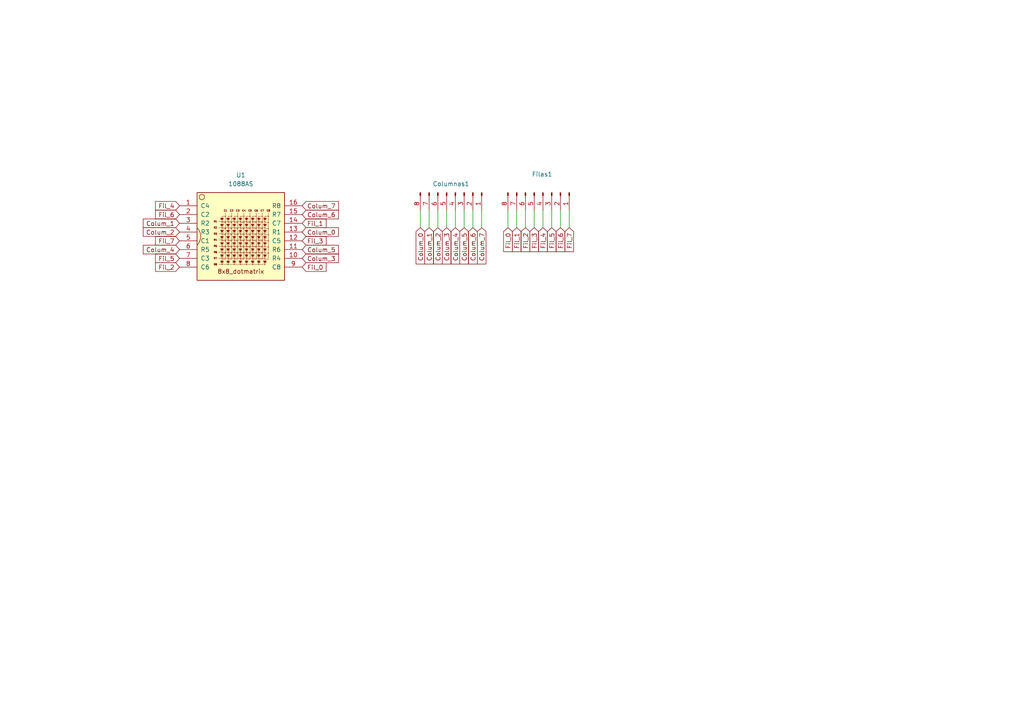
<source format=kicad_sch>
(kicad_sch (version 20250114) (generator "eeschema") (generator_version "9.0")
  (paper "A4")
  (lib_symbols
    (symbol "Connector:Conn_01x08_Pin" (pin_names (offset 1.016) (hide yes))
      (property "Reference" "J" (at 0 10.16 0))
      (property "Value" "Conn_01x08_Pin" (at 0 -12.7 0))
      (symbol "Conn_01x08_Pin_1_1"
        (rectangle (start 0.8636 7.747) (end 0 7.493) (stroke (width 0.1524)) (fill (type outline)))
        (rectangle (start 0.8636 5.207) (end 0 4.953) (stroke (width 0.1524)) (fill (type outline)))
        (rectangle (start 0.8636 2.667) (end 0 2.413) (stroke (width 0.1524)) (fill (type outline)))
        (rectangle (start 0.8636 0.127) (end 0 -0.127) (stroke (width 0.1524)) (fill (type outline)))
        (rectangle (start 0.8636 -2.413) (end 0 -2.667) (stroke (width 0.1524)) (fill (type outline)))
        (rectangle (start 0.8636 -4.953) (end 0 -5.207) (stroke (width 0.1524)) (fill (type outline)))
        (rectangle (start 0.8636 -7.493) (end 0 -7.747) (stroke (width 0.1524)) (fill (type outline)))
        (rectangle (start 0.8636 -10.033) (end 0 -10.287) (stroke (width 0.1524)) (fill (type outline)))
        (polyline (pts (xy 1.27 7.62) (xy 0.8636 7.62)) (stroke (width 0.1524)))
        (polyline (pts (xy 1.27 5.08) (xy 0.8636 5.08)) (stroke (width 0.1524)))
        (polyline (pts (xy 1.27 2.54) (xy 0.8636 2.54)) (stroke (width 0.1524)))
        (polyline (pts (xy 1.27 0) (xy 0.8636 0)) (stroke (width 0.1524)))
        (polyline (pts (xy 1.27 -2.54) (xy 0.8636 -2.54)) (stroke (width 0.1524)))
        (polyline (pts (xy 1.27 -5.08) (xy 0.8636 -5.08)) (stroke (width 0.1524)))
        (polyline (pts (xy 1.27 -7.62) (xy 0.8636 -7.62)) (stroke (width 0.1524)))
        (polyline (pts (xy 1.27 -10.16) (xy 0.8636 -10.16)) (stroke (width 0.1524)))
        (pin passive line (at 5.08 7.62 180) (length 3.81) (name "Pin_1") (number "1"))
        (pin passive line (at 5.08 5.08 180) (length 3.81) (name "Pin_2") (number "2"))
        (pin passive line (at 5.08 2.54 180) (length 3.81) (name "Pin_3") (number "3"))
        (pin passive line (at 5.08 0 180) (length 3.81) (name "Pin_4") (number "4"))
        (pin passive line (at 5.08 -2.54 180) (length 3.81) (name "Pin_5") (number "5"))
        (pin passive line (at 5.08 -5.08 180) (length 3.81) (name "Pin_6") (number "6"))
        (pin passive line (at 5.08 -7.62 180) (length 3.81) (name "Pin_7") (number "7"))
        (pin passive line (at 5.08 -10.16 180) (length 3.81) (name "Pin_8") (number "8"))
      )
    )
    (symbol "LED_1088as:1088AS" (pin_names (offset 1.016))
      (property "Reference" "U" (at 7.62 11.43 0))
      (property "Value" "1088AS" (at 0 11.43 0))
      (symbol "1088AS_0_0"
        (rectangle (start -12.7 12.7) (end 12.7 -12.7) (stroke (width 0.2032)) (fill (type background)))
        (text "8x8_dotmatrix" (at 0 -10.16 0) (effects (font (size 1.27 1.27))))
      )
      (symbol "1088AS_0_1"
        (arc (start -12.7 2.54) (mid -11.6479 0) (end -12.7 -2.54))
        (circle (center -11.303 11.43) (radius 0.762))
      )
      (symbol "1088AS_1_1"
        (polyline (pts (xy -6.477 -4.572) (xy 6.985 -4.572)) (stroke (width 0.0508)))
        (polyline (pts (xy -5.461 5.842) (xy -4.445 5.842)) (stroke (width 0.0508)))
        (polyline (pts (xy -5.461 5.334) (xy -5.461 5.842)) (stroke (width 0.0508)))
        (polyline (pts (xy -5.461 4.826) (xy -5.461 4.318)) (stroke (width 0.0508)))
        (circle (center -5.461 4.318) (radius 0.0762) (stroke (width 0.0508)) (fill (type outline)))
        (polyline (pts (xy -5.461 4.064) (xy -4.445 4.064)) (stroke (width 0.0508)))
        (polyline (pts (xy -5.461 3.556) (xy -5.461 4.064)) (stroke (width 0.0508)))
        (polyline (pts (xy -5.461 3.048) (xy -5.461 2.54)) (stroke (width 0.0508)))
        (circle (center -5.461 2.54) (radius 0.0762) (stroke (width 0.0508)) (fill (type outline)))
        (polyline (pts (xy -5.461 2.286) (xy -4.445 2.286)) (stroke (width 0.0508)))
        (polyline (pts (xy -5.461 1.778) (xy -5.461 2.286)) (stroke (width 0.0508)))
        (polyline (pts (xy -5.461 1.27) (xy -5.461 0.762)) (stroke (width 0.0508)))
        (circle (center -5.461 0.762) (radius 0.0762) (stroke (width 0.0508)) (fill (type outline)))
        (polyline (pts (xy -5.461 0.508) (xy -4.445 0.508)) (stroke (width 0.0508)))
        (polyline (pts (xy -5.461 0) (xy -5.461 0.508)) (stroke (width 0.0508)))
        (polyline (pts (xy -5.461 -0.508) (xy -5.461 -1.016)) (stroke (width 0.0508)))
        (circle (center -5.461 -1.016) (radius 0.0762) (stroke (width 0.0508)) (fill (type outline)))
        (polyline (pts (xy -5.461 -1.27) (xy -4.445 -1.27)) (stroke (width 0.0508)))
        (polyline (pts (xy -5.461 -1.778) (xy -5.461 -1.27)) (stroke (width 0.0508)))
        (polyline (pts (xy -5.461 -2.286) (xy -5.461 -2.794)) (stroke (width 0.0508)))
        (circle (center -5.461 -2.794) (radius 0.0762) (stroke (width 0.0508)) (fill (type outline)))
        (polyline (pts (xy -5.461 -3.048) (xy -4.445 -3.048)) (stroke (width 0.0508)))
        (polyline (pts (xy -5.461 -3.556) (xy -5.461 -3.048)) (stroke (width 0.0508)))
        (polyline (pts (xy -5.461 -4.064) (xy -5.461 -4.572)) (stroke (width 0.0508)))
        (circle (center -5.461 -4.572) (radius 0.0762) (stroke (width 0.0508)) (fill (type outline)))
        (polyline (pts (xy -5.461 -4.826) (xy -4.445 -4.826)) (stroke (width 0.0508)))
        (polyline (pts (xy -5.461 -5.334) (xy -5.461 -4.826)) (stroke (width 0.0508)))
        (polyline (pts (xy -5.461 -5.842) (xy -5.461 -6.35)) (stroke (width 0.0508)))
        (circle (center -5.461 -6.35) (radius 0.0762) (stroke (width 0.0508)) (fill (type outline)))
        (polyline (pts (xy -5.461 -6.604) (xy -4.445 -6.604)) (stroke (width 0.0508)))
        (polyline (pts (xy -5.461 -7.112) (xy -5.461 -6.604)) (stroke (width 0.0508)))
        (polyline (pts (xy -5.461 -7.62) (xy -5.461 -8.128)) (stroke (width 0.0508)))
        (circle (center -5.461 -8.128) (radius 0.0762) (stroke (width 0.0508)) (fill (type outline)))
        (polyline (pts (xy -4.953 5.334) (xy -5.461 4.826) (xy -5.969 5.334) (xy -4.953 5.334)) (stroke (width 0.0508)) (fill (type outline)))
        (polyline (pts (xy -4.953 4.826) (xy -5.969 4.826)) (stroke (width 0.0508)))
        (polyline (pts (xy -4.953 3.556) (xy -5.461 3.048) (xy -5.969 3.556) (xy -4.953 3.556)) (stroke (width 0.0508)) (fill (type outline)))
        (polyline (pts (xy -4.953 3.048) (xy -5.969 3.048)) (stroke (width 0.0508)))
        (polyline (pts (xy -4.953 1.778) (xy -5.461 1.27) (xy -5.969 1.778) (xy -4.953 1.778)) (stroke (width 0.0508)) (fill (type outline)))
        (polyline (pts (xy -4.953 1.27) (xy -5.969 1.27)) (stroke (width 0.0508)))
        (polyline (pts (xy -4.953 0) (xy -5.461 -0.508) (xy -5.969 0) (xy -4.953 0)) (stroke (width 0.0508)) (fill (type outline)))
        (polyline (pts (xy -4.953 -0.508) (xy -5.969 -0.508)) (stroke (width 0.0508)))
        (polyline (pts (xy -4.953 -1.778) (xy -5.461 -2.286) (xy -5.969 -1.778) (xy -4.953 -1.778)) (stroke (width 0.0508)) (fill (type outline)))
        (polyline (pts (xy -4.953 -2.286) (xy -5.969 -2.286)) (stroke (width 0.0508)))
        (polyline (pts (xy -4.953 -3.556) (xy -5.461 -4.064) (xy -5.969 -3.556) (xy -4.953 -3.556)) (stroke (width 0.0508)) (fill (type outline)))
        (polyline (pts (xy -4.953 -4.064) (xy -5.969 -4.064)) (stroke (width 0.0508)))
        (polyline (pts (xy -4.953 -5.334) (xy -5.461 -5.842) (xy -5.969 -5.334) (xy -4.953 -5.334)) (stroke (width 0.0508)) (fill (type outline)))
        (polyline (pts (xy -4.953 -5.842) (xy -5.969 -5.842)) (stroke (width 0.0508)))
        (polyline (pts (xy -4.953 -7.112) (xy -5.461 -7.62) (xy -5.969 -7.112) (xy -4.953 -7.112)) (stroke (width 0.0508)) (fill (type outline)))
        (polyline (pts (xy -4.953 -7.62) (xy -5.969 -7.62)) (stroke (width 0.0508)))
        (polyline (pts (xy -4.445 6.858) (xy -4.445 -6.604)) (stroke (width 0.0508)))
        (circle (center -4.445 5.842) (radius 0.0762) (stroke (width 0.0508)) (fill (type outline)))
        (circle (center -4.445 4.064) (radius 0.0762) (stroke (width 0.0508)) (fill (type outline)))
        (circle (center -4.445 2.286) (radius 0.0762) (stroke (width 0.0508)) (fill (type outline)))
        (circle (center -4.445 0.508) (radius 0.0762) (stroke (width 0.0508)) (fill (type outline)))
        (circle (center -4.445 -1.27) (radius 0.0762) (stroke (width 0.0508)) (fill (type outline)))
        (circle (center -4.445 -3.048) (radius 0.0762) (stroke (width 0.0508)) (fill (type outline)))
        (circle (center -4.445 -4.826) (radius 0.0762) (stroke (width 0.0508)) (fill (type outline)))
        (polyline (pts (xy -3.683 5.842) (xy -2.667 5.842)) (stroke (width 0.0508)))
        (polyline (pts (xy -3.683 5.334) (xy -3.683 5.842)) (stroke (width 0.0508)))
        (polyline (pts (xy -3.683 4.826) (xy -3.683 4.318)) (stroke (width 0.0508)))
        (circle (center -3.683 4.318) (radius 0.0762) (stroke (width 0.0508)) (fill (type outline)))
        (polyline (pts (xy -3.683 4.064) (xy -2.667 4.064)) (stroke (width 0.0508)))
        (polyline (pts (xy -3.683 3.556) (xy -3.683 4.064)) (stroke (width 0.0508)))
        (polyline (pts (xy -3.683 3.048) (xy -3.683 2.54)) (stroke (width 0.0508)))
        (circle (center -3.683 2.54) (radius 0.0762) (stroke (width 0.0508)) (fill (type outline)))
        (polyline (pts (xy -3.683 2.286) (xy -2.667 2.286)) (stroke (width 0.0508)))
        (polyline (pts (xy -3.683 1.778) (xy -3.683 2.286)) (stroke (width 0.0508)))
        (polyline (pts (xy -3.683 1.27) (xy -3.683 0.762)) (stroke (width 0.0508)))
        (circle (center -3.683 0.762) (radius 0.0762) (stroke (width 0.0508)) (fill (type outline)))
        (polyline (pts (xy -3.683 0.508) (xy -2.667 0.508)) (stroke (width 0.0508)))
        (polyline (pts (xy -3.683 0) (xy -3.683 0.508)) (stroke (width 0.0508)))
        (polyline (pts (xy -3.683 -0.508) (xy -3.683 -1.016)) (stroke (width 0.0508)))
        (circle (center -3.683 -1.016) (radius 0.0762) (stroke (width 0.0508)) (fill (type outline)))
        (polyline (pts (xy -3.683 -1.27) (xy -2.667 -1.27)) (stroke (width 0.0508)))
        (polyline (pts (xy -3.683 -1.778) (xy -3.683 -1.27)) (stroke (width 0.0508)))
        (polyline (pts (xy -3.683 -2.286) (xy -3.683 -2.794)) (stroke (width 0.0508)))
        (circle (center -3.683 -2.794) (radius 0.0762) (stroke (width 0.0508)) (fill (type outline)))
        (polyline (pts (xy -3.683 -3.048) (xy -2.667 -3.048)) (stroke (width 0.0508)))
        (polyline (pts (xy -3.683 -3.556) (xy -3.683 -3.048)) (stroke (width 0.0508)))
        (polyline (pts (xy -3.683 -4.064) (xy -3.683 -4.572)) (stroke (width 0.0508)))
        (circle (center -3.683 -4.572) (radius 0.0762) (stroke (width 0.0508)) (fill (type outline)))
        (polyline (pts (xy -3.683 -4.826) (xy -2.667 -4.826)) (stroke (width 0.0508)))
        (polyline (pts (xy -3.683 -5.334) (xy -3.683 -4.826)) (stroke (width 0.0508)))
        (polyline (pts (xy -3.683 -5.842) (xy -3.683 -6.35)) (stroke (width 0.0508)))
        (circle (center -3.683 -6.35) (radius 0.0762) (stroke (width 0.0508)) (fill (type outline)))
        (polyline (pts (xy -3.683 -6.604) (xy -2.667 -6.604)) (stroke (width 0.0508)))
        (polyline (pts (xy -3.683 -7.112) (xy -3.683 -6.604)) (stroke (width 0.0508)))
        (polyline (pts (xy -3.683 -7.62) (xy -3.683 -8.128)) (stroke (width 0.0508)))
        (circle (center -3.683 -8.128) (radius 0.0762) (stroke (width 0.0508)) (fill (type outline)))
        (polyline (pts (xy -3.175 5.334) (xy -3.683 4.826) (xy -4.191 5.334) (xy -3.175 5.334)) (stroke (width 0.0508)) (fill (type outline)))
        (polyline (pts (xy -3.175 4.826) (xy -4.191 4.826)) (stroke (width 0.0508)))
        (polyline (pts (xy -3.175 3.556) (xy -3.683 3.048) (xy -4.191 3.556) (xy -3.175 3.556)) (stroke (width 0.0508)) (fill (type outline)))
        (polyline (pts (xy -3.175 3.048) (xy -4.191 3.048)) (stroke (width 0.0508)))
        (polyline (pts (xy -3.175 1.778) (xy -3.683 1.27) (xy -4.191 1.778) (xy -3.175 1.778)) (stroke (width 0.0508)) (fill (type outline)))
        (polyline (pts (xy -3.175 1.27) (xy -4.191 1.27)) (stroke (width 0.0508)))
        (polyline (pts (xy -3.175 0) (xy -3.683 -0.508) (xy -4.191 0) (xy -3.175 0)) (stroke (width 0.0508)) (fill (type outline)))
        (polyline (pts (xy -3.175 -0.508) (xy -4.191 -0.508)) (stroke (width 0.0508)))
        (polyline (pts (xy -3.175 -1.778) (xy -3.683 -2.286) (xy -4.191 -1.778) (xy -3.175 -1.778)) (stroke (width 0.0508)) (fill (type outline)))
        (polyline (pts (xy -3.175 -2.286) (xy -4.191 -2.286)) (stroke (width 0.0508)))
        (polyline (pts (xy -3.175 -3.556) (xy -3.683 -4.064) (xy -4.191 -3.556) (xy -3.175 -3.556)) (stroke (width 0.0508)) (fill (type outline)))
        (polyline (pts (xy -3.175 -4.064) (xy -4.191 -4.064)) (stroke (width 0.0508)))
        (polyline (pts (xy -3.175 -5.334) (xy -3.683 -5.842) (xy -4.191 -5.334) (xy -3.175 -5.334)) (stroke (width 0.0508)) (fill (type outline)))
        (polyline (pts (xy -3.175 -5.842) (xy -4.191 -5.842)) (stroke (width 0.0508)))
        (polyline (pts (xy -3.175 -7.112) (xy -3.683 -7.62) (xy -4.191 -7.112) (xy -3.175 -7.112)) (stroke (width 0.0508)) (fill (type outline)))
        (polyline (pts (xy -3.175 -7.62) (xy -4.191 -7.62)) (stroke (width 0.0508)))
        (polyline (pts (xy -2.667 6.858) (xy -2.667 -6.604)) (stroke (width 0.0508)))
        (circle (center -2.667 5.842) (radius 0.0762) (stroke (width 0.0508)) (fill (type outline)))
        (circle (center -2.667 4.064) (radius 0.0762) (stroke (width 0.0508)) (fill (type outline)))
        (circle (center -2.667 2.286) (radius 0.0762) (stroke (width 0.0508)) (fill (type outline)))
        (circle (center -2.667 0.508) (radius 0.0762) (stroke (width 0.0508)) (fill (type outline)))
        (circle (center -2.667 -1.27) (radius 0.0762) (stroke (width 0.0508)) (fill (type outline)))
        (circle (center -2.667 -3.048) (radius 0.0762) (stroke (width 0.0508)) (fill (type outline)))
        (circle (center -2.667 -4.826) (radius 0.0762) (stroke (width 0.0508)) (fill (type outline)))
        (polyline (pts (xy -1.905 5.842) (xy -0.889 5.842)) (stroke (width 0.0508)))
        (polyline (pts (xy -1.905 5.334) (xy -1.905 5.842)) (stroke (width 0.0508)))
        (polyline (pts (xy -1.905 4.826) (xy -1.905 4.318)) (stroke (width 0.0508)))
        (circle (center -1.905 4.318) (radius 0.0762) (stroke (width 0.0508)) (fill (type outline)))
        (polyline (pts (xy -1.905 4.064) (xy -0.889 4.064)) (stroke (width 0.0508)))
        (polyline (pts (xy -1.905 3.556) (xy -1.905 4.064)) (stroke (width 0.0508)))
        (polyline (pts (xy -1.905 3.048) (xy -1.905 2.54)) (stroke (width 0.0508)))
        (circle (center -1.905 2.54) (radius 0.0762) (stroke (width 0.0508)) (fill (type outline)))
        (polyline (pts (xy -1.905 2.286) (xy -0.889 2.286)) (stroke (width 0.0508)))
        (polyline (pts (xy -1.905 1.778) (xy -1.905 2.286)) (stroke (width 0.0508)))
        (polyline (pts (xy -1.905 1.27) (xy -1.905 0.762)) (stroke (width 0.0508)))
        (circle (center -1.905 0.762) (radius 0.0762) (stroke (width 0.0508)) (fill (type outline)))
        (polyline (pts (xy -1.905 0.508) (xy -0.889 0.508)) (stroke (width 0.0508)))
        (polyline (pts (xy -1.905 0) (xy -1.905 0.508)) (stroke (width 0.0508)))
        (polyline (pts (xy -1.905 -0.508) (xy -1.905 -1.016)) (stroke (width 0.0508)))
        (circle (center -1.905 -1.016) (radius 0.0762) (stroke (width 0.0508)) (fill (type outline)))
        (polyline (pts (xy -1.905 -1.27) (xy -0.889 -1.27)) (stroke (width 0.0508)))
        (polyline (pts (xy -1.905 -1.778) (xy -1.905 -1.27)) (stroke (width 0.0508)))
        (polyline (pts (xy -1.905 -2.286) (xy -1.905 -2.794)) (stroke (width 0.0508)))
        (circle (center -1.905 -2.794) (radius 0.0762) (stroke (width 0.0508)) (fill (type outline)))
        (polyline (pts (xy -1.905 -3.048) (xy -0.889 -3.048)) (stroke (width 0.0508)))
        (polyline (pts (xy -1.905 -3.556) (xy -1.905 -3.048)) (stroke (width 0.0508)))
        (polyline (pts (xy -1.905 -4.064) (xy -1.905 -4.572)) (stroke (width 0.0508)))
        (circle (center -1.905 -4.572) (radius 0.0762) (stroke (width 0.0508)) (fill (type outline)))
        (polyline (pts (xy -1.905 -4.826) (xy -0.889 -4.826)) (stroke (width 0.0508)))
        (polyline (pts (xy -1.905 -5.334) (xy -1.905 -4.826)) (stroke (width 0.0508)))
        (polyline (pts (xy -1.905 -5.842) (xy -1.905 -6.35)) (stroke (width 0.0508)))
        (circle (center -1.905 -6.35) (radius 0.0762) (stroke (width 0.0508)) (fill (type outline)))
        (polyline (pts (xy -1.905 -6.604) (xy -0.889 -6.604)) (stroke (width 0.0508)))
        (polyline (pts (xy -1.905 -7.112) (xy -1.905 -6.604)) (stroke (width 0.0508)))
        (polyline (pts (xy -1.905 -7.62) (xy -1.905 -8.128)) (stroke (width 0.0508)))
        (circle (center -1.905 -8.128) (radius 0.0762) (stroke (width 0.0508)) (fill (type outline)))
        (polyline (pts (xy -1.397 5.334) (xy -1.905 4.826) (xy -2.413 5.334) (xy -1.397 5.334)) (stroke (width 0.0508)) (fill (type outline)))
        (polyline (pts (xy -1.397 4.826) (xy -2.413 4.826)) (stroke (width 0.0508)))
        (polyline (pts (xy -1.397 3.556) (xy -1.905 3.048) (xy -2.413 3.556) (xy -1.397 3.556)) (stroke (width 0.0508)) (fill (type outline)))
        (polyline (pts (xy -1.397 3.048) (xy -2.413 3.048)) (stroke (width 0.0508)))
        (polyline (pts (xy -1.397 1.778) (xy -1.905 1.27) (xy -2.413 1.778) (xy -1.397 1.778)) (stroke (width 0.0508)) (fill (type outline)))
        (polyline (pts (xy -1.397 1.27) (xy -2.413 1.27)) (stroke (width 0.0508)))
        (polyline (pts (xy -1.397 0) (xy -1.905 -0.508) (xy -2.413 0) (xy -1.397 0)) (stroke (width 0.0508)) (fill (type outline)))
        (polyline (pts (xy -1.397 -0.508) (xy -2.413 -0.508)) (stroke (width 0.0508)))
        (polyline (pts (xy -1.397 -1.778) (xy -1.905 -2.286) (xy -2.413 -1.778) (xy -1.397 -1.778)) (stroke (width 0.0508)) (fill (type outline)))
        (polyline (pts (xy -1.397 -2.286) (xy -2.413 -2.286)) (stroke (width 0.0508)))
        (polyline (pts (xy -1.397 -3.556) (xy -1.905 -4.064) (xy -2.413 -3.556) (xy -1.397 -3.556)) (stroke (width 0.0508)) (fill (type outline)))
        (polyline (pts (xy -1.397 -4.064) (xy -2.413 -4.064)) (stroke (width 0.0508)))
        (polyline (pts (xy -1.397 -5.334) (xy -1.905 -5.842) (xy -2.413 -5.334) (xy -1.397 -5.334)) (stroke (width 0.0508)) (fill (type outline)))
        (polyline (pts (xy -1.397 -5.842) (xy -2.413 -5.842)) (stroke (width 0.0508)))
        (polyline (pts (xy -1.397 -7.112) (xy -1.905 -7.62) (xy -2.413 -7.112) (xy -1.397 -7.112)) (stroke (width 0.0508)) (fill (type outline)))
        (polyline (pts (xy -1.397 -7.62) (xy -2.413 -7.62)) (stroke (width 0.0508)))
        (polyline (pts (xy -0.889 6.858) (xy -0.889 -6.604)) (stroke (width 0.0508)))
        (circle (center -0.889 5.842) (radius 0.0762) (stroke (width 0.0508)) (fill (type outline)))
        (circle (center -0.889 4.064) (radius 0.0762) (stroke (width 0.0508)) (fill (type outline)))
        (circle (center -0.889 2.286) (radius 0.0762) (stroke (width 0.0508)) (fill (type outline)))
        (circle (center -0.889 0.508) (radius 0.0762) (stroke (width 0.0508)) (fill (type outline)))
        (circle (center -0.889 -1.27) (radius 0.0762) (stroke (width 0.0508)) (fill (type outline)))
        (circle (center -0.889 -3.048) (radius 0.0762) (stroke (width 0.0508)) (fill (type outline)))
        (circle (center -0.889 -4.826) (radius 0.0762) (stroke (width 0.0508)) (fill (type outline)))
        (polyline (pts (xy -0.127 5.842) (xy 0.889 5.842)) (stroke (width 0.0508)))
        (polyline (pts (xy -0.127 5.334) (xy -0.127 5.842)) (stroke (width 0.0508)))
        (polyline (pts (xy -0.127 4.826) (xy -0.127 4.318)) (stroke (width 0.0508)))
        (circle (center -0.127 4.318) (radius 0.0762) (stroke (width 0.0508)) (fill (type outline)))
        (polyline (pts (xy -0.127 4.064) (xy 0.889 4.064)) (stroke (width 0.0508)))
        (polyline (pts (xy -0.127 3.556) (xy -0.127 4.064)) (stroke (width 0.0508)))
        (polyline (pts (xy -0.127 3.048) (xy -0.127 2.54)) (stroke (width 0.0508)))
        (circle (center -0.127 2.54) (radius 0.0762) (stroke (width 0.0508)) (fill (type outline)))
        (polyline (pts (xy -0.127 2.286) (xy 0.889 2.286)) (stroke (width 0.0508)))
        (polyline (pts (xy -0.127 1.778) (xy -0.127 2.286)) (stroke (width 0.0508)))
        (polyline (pts (xy -0.127 1.27) (xy -0.127 0.762)) (stroke (width 0.0508)))
        (circle (center -0.127 0.762) (radius 0.0762) (stroke (width 0.0508)) (fill (type outline)))
        (polyline (pts (xy -0.127 0.508) (xy 0.889 0.508)) (stroke (width 0.0508)))
        (polyline (pts (xy -0.127 0) (xy -0.127 0.508)) (stroke (width 0.0508)))
        (polyline (pts (xy -0.127 -0.508) (xy -0.127 -1.016)) (stroke (width 0.0508)))
        (circle (center -0.127 -1.016) (radius 0.0762) (stroke (width 0.0508)) (fill (type outline)))
        (polyline (pts (xy -0.127 -1.27) (xy 0.889 -1.27)) (stroke (width 0.0508)))
        (polyline (pts (xy -0.127 -1.778) (xy -0.127 -1.27)) (stroke (width 0.0508)))
        (polyline (pts (xy -0.127 -2.286) (xy -0.127 -2.794)) (stroke (width 0.0508)))
        (circle (center -0.127 -2.794) (radius 0.0762) (stroke (width 0.0508)) (fill (type outline)))
        (polyline (pts (xy -0.127 -3.048) (xy 0.889 -3.048)) (stroke (width 0.0508)))
        (polyline (pts (xy -0.127 -3.556) (xy -0.127 -3.048)) (stroke (width 0.0508)))
        (polyline (pts (xy -0.127 -4.064) (xy -0.127 -4.572)) (stroke (width 0.0508)))
        (circle (center -0.127 -4.572) (radius 0.0762) (stroke (width 0.0508)) (fill (type outline)))
        (polyline (pts (xy -0.127 -4.826) (xy 0.889 -4.826)) (stroke (width 0.0508)))
        (polyline (pts (xy -0.127 -5.334) (xy -0.127 -4.826)) (stroke (width 0.0508)))
        (polyline (pts (xy -0.127 -5.842) (xy -0.127 -6.35)) (stroke (width 0.0508)))
        (circle (center -0.127 -6.35) (radius 0.0762) (stroke (width 0.0508)) (fill (type outline)))
        (polyline (pts (xy -0.127 -6.604) (xy 0.889 -6.604)) (stroke (width 0.0508)))
        (polyline (pts (xy -0.127 -7.112) (xy -0.127 -6.604)) (stroke (width 0.0508)))
        (polyline (pts (xy -0.127 -7.62) (xy -0.127 -8.128)) (stroke (width 0.0508)))
        (circle (center -0.127 -8.128) (radius 0.0762) (stroke (width 0.0508)) (fill (type outline)))
        (polyline (pts (xy 0.381 5.334) (xy -0.127 4.826) (xy -0.635 5.334) (xy 0.381 5.334)) (stroke (width 0.0508)) (fill (type outline)))
        (polyline (pts (xy 0.381 4.826) (xy -0.635 4.826)) (stroke (width 0.0508)))
        (polyline (pts (xy 0.381 3.556) (xy -0.127 3.048) (xy -0.635 3.556) (xy 0.381 3.556)) (stroke (width 0.0508)) (fill (type outline)))
        (polyline (pts (xy 0.381 3.048) (xy -0.635 3.048)) (stroke (width 0.0508)))
        (polyline (pts (xy 0.381 1.778) (xy -0.127 1.27) (xy -0.635 1.778) (xy 0.381 1.778)) (stroke (width 0.0508)) (fill (type outline)))
        (polyline (pts (xy 0.381 1.27) (xy -0.635 1.27)) (stroke (width 0.0508)))
        (polyline (pts (xy 0.381 0) (xy -0.127 -0.508) (xy -0.635 0) (xy 0.381 0)) (stroke (width 0.0508)) (fill (type outline)))
        (polyline (pts (xy 0.381 -0.508) (xy -0.635 -0.508)) (stroke (width 0.0508)))
        (polyline (pts (xy 0.381 -1.778) (xy -0.127 -2.286) (xy -0.635 -1.778) (xy 0.381 -1.778)) (stroke (width 0.0508)) (fill (type outline)))
        (polyline (pts (xy 0.381 -2.286) (xy -0.635 -2.286)) (stroke (width 0.0508)))
        (polyline (pts (xy 0.381 -3.556) (xy -0.127 -4.064) (xy -0.635 -3.556) (xy 0.381 -3.556)) (stroke (width 0.0508)) (fill (type outline)))
        (polyline (pts (xy 0.381 -4.064) (xy -0.635 -4.064)) (stroke (width 0.0508)))
        (polyline (pts (xy 0.381 -5.334) (xy -0.127 -5.842) (xy -0.635 -5.334) (xy 0.381 -5.334)) (stroke (width 0.0508)) (fill (type outline)))
        (polyline (pts (xy 0.381 -5.842) (xy -0.635 -5.842)) (stroke (width 0.0508)))
        (polyline (pts (xy 0.381 -7.112) (xy -0.127 -7.62) (xy -0.635 -7.112) (xy 0.381 -7.112)) (stroke (width 0.0508)) (fill (type outline)))
        (polyline (pts (xy 0.381 -7.62) (xy -0.635 -7.62)) (stroke (width 0.0508)))
        (polyline (pts (xy 0.889 6.858) (xy 0.889 -6.604)) (stroke (width 0.0508)))
        (circle (center 0.889 5.842) (radius 0.0762) (stroke (width 0.0508)) (fill (type outline)))
        (circle (center 0.889 4.064) (radius 0.0762) (stroke (width 0.0508)) (fill (type outline)))
        (circle (center 0.889 2.286) (radius 0.0762) (stroke (width 0.0508)) (fill (type outline)))
        (circle (center 0.889 0.508) (radius 0.0762) (stroke (width 0.0508)) (fill (type outline)))
        (circle (center 0.889 -1.27) (radius 0.0762) (stroke (width 0.0508)) (fill (type outline)))
        (circle (center 0.889 -3.048) (radius 0.0762) (stroke (width 0.0508)) (fill (type outline)))
        (circle (center 0.889 -4.826) (radius 0.0762) (stroke (width 0.0508)) (fill (type outline)))
        (polyline (pts (xy 1.651 5.842) (xy 2.667 5.842)) (stroke (width 0.0508)))
        (polyline (pts (xy 1.651 5.334) (xy 1.651 5.842)) (stroke (width 0.0508)))
        (polyline (pts (xy 1.651 4.826) (xy 1.651 4.318)) (stroke (width 0.0508)))
        (circle (center 1.651 4.318) (radius 0.0762) (stroke (width 0.0508)) (fill (type outline)))
        (polyline (pts (xy 1.651 4.064) (xy 2.667 4.064)) (stroke (width 0.0508)))
        (polyline (pts (xy 1.651 3.556) (xy 1.651 4.064)) (stroke (width 0.0508)))
        (polyline (pts (xy 1.651 3.048) (xy 1.651 2.54)) (stroke (width 0.0508)))
        (circle (center 1.651 2.54) (radius 0.0762) (stroke (width 0.0508)) (fill (type outline)))
        (polyline (pts (xy 1.651 2.286) (xy 2.667 2.286)) (stroke (width 0.0508)))
        (polyline (pts (xy 1.651 1.778) (xy 1.651 2.286)) (stroke (width 0.0508)))
        (polyline (pts (xy 1.651 1.27) (xy 1.651 0.762)) (stroke (width 0.0508)))
        (circle (center 1.651 0.762) (radius 0.0762) (stroke (width 0.0508)) (fill (type outline)))
        (polyline (pts (xy 1.651 0.508) (xy 2.667 0.508)) (stroke (width 0.0508)))
        (polyline (pts (xy 1.651 0) (xy 1.651 0.508)) (stroke (width 0.0508)))
        (polyline (pts (xy 1.651 -0.508) (xy 1.651 -1.016)) (stroke (width 0.0508)))
        (circle (center 1.651 -1.016) (radius 0.0762) (stroke (width 0.0508)) (fill (type outline)))
        (polyline (pts (xy 1.651 -1.27) (xy 2.667 -1.27)) (stroke (width 0.0508)))
        (polyline (pts (xy 1.651 -1.778) (xy 1.651 -1.27)) (stroke (width 0.0508)))
        (polyline (pts (xy 1.651 -2.286) (xy 1.651 -2.794)) (stroke (width 0.0508)))
        (circle (center 1.651 -2.794) (radius 0.0762) (stroke (width 0.0508)) (fill (type outline)))
        (polyline (pts (xy 1.651 -3.048) (xy 2.667 -3.048)) (stroke (width 0.0508)))
        (polyline (pts (xy 1.651 -3.556) (xy 1.651 -3.048)) (stroke (width 0.0508)))
        (polyline (pts (xy 1.651 -4.064) (xy 1.651 -4.572)) (stroke (width 0.0508)))
        (circle (center 1.651 -4.572) (radius 0.0762) (stroke (width 0.0508)) (fill (type outline)))
        (polyline (pts (xy 1.651 -4.826) (xy 2.667 -4.826)) (stroke (width 0.0508)))
        (polyline (pts (xy 1.651 -5.334) (xy 1.651 -4.826)) (stroke (width 0.0508)))
        (polyline (pts (xy 1.651 -5.842) (xy 1.651 -6.35)) (stroke (width 0.0508)))
        (circle (center 1.651 -6.35) (radius 0.0762) (stroke (width 0.0508)) (fill (type outline)))
        (polyline (pts (xy 1.651 -6.604) (xy 2.667 -6.604)) (stroke (width 0.0508)))
        (polyline (pts (xy 1.651 -7.112) (xy 1.651 -6.604)) (stroke (width 0.0508)))
        (polyline (pts (xy 1.651 -7.62) (xy 1.651 -8.128)) (stroke (width 0.0508)))
        (circle (center 1.651 -8.128) (radius 0.0762) (stroke (width 0.0508)) (fill (type outline)))
        (polyline (pts (xy 2.159 5.334) (xy 1.651 4.826) (xy 1.143 5.334) (xy 2.159 5.334)) (stroke (width 0.0508)) (fill (type outline)))
        (polyline (pts (xy 2.159 4.826) (xy 1.143 4.826)) (stroke (width 0.0508)))
        (polyline (pts (xy 2.159 3.556) (xy 1.651 3.048) (xy 1.143 3.556) (xy 2.159 3.556)) (stroke (width 0.0508)) (fill (type outline)))
        (polyline (pts (xy 2.159 3.048) (xy 1.143 3.048)) (stroke (width 0.0508)))
        (polyline (pts (xy 2.159 1.778) (xy 1.651 1.27) (xy 1.143 1.778) (xy 2.159 1.778)) (stroke (width 0.0508)) (fill (type outline)))
        (polyline (pts (xy 2.159 1.27) (xy 1.143 1.27)) (stroke (width 0.0508)))
        (polyline (pts (xy 2.159 0) (xy 1.651 -0.508) (xy 1.143 0) (xy 2.159 0)) (stroke (width 0.0508)) (fill (type outline)))
        (polyline (pts (xy 2.159 -0.508) (xy 1.143 -0.508)) (stroke (width 0.0508)))
        (polyline (pts (xy 2.159 -1.778) (xy 1.651 -2.286) (xy 1.143 -1.778) (xy 2.159 -1.778)) (stroke (width 0.0508)) (fill (type outline)))
        (polyline (pts (xy 2.159 -2.286) (xy 1.143 -2.286)) (stroke (width 0.0508)))
        (polyline (pts (xy 2.159 -3.556) (xy 1.651 -4.064) (xy 1.143 -3.556) (xy 2.159 -3.556)) (stroke (width 0.0508)) (fill (type outline)))
        (polyline (pts (xy 2.159 -4.064) (xy 1.143 -4.064)) (stroke (width 0.0508)))
        (polyline (pts (xy 2.159 -5.334) (xy 1.651 -5.842) (xy 1.143 -5.334) (xy 2.159 -5.334)) (stroke (width 0.0508)) (fill (type outline)))
        (polyline (pts (xy 2.159 -5.842) (xy 1.143 -5.842)) (stroke (width 0.0508)))
        (polyline (pts (xy 2.159 -7.112) (xy 1.651 -7.62) (xy 1.143 -7.112) (xy 2.159 -7.112)) (stroke (width 0.0508)) (fill (type outline)))
        (polyline (pts (xy 2.159 -7.62) (xy 1.143 -7.62)) (stroke (width 0.0508)))
        (polyline (pts (xy 2.667 6.858) (xy 2.667 -6.604)) (stroke (width 0.0508)))
        (circle (center 2.667 5.842) (radius 0.0762) (stroke (width 0.0508)) (fill (type outline)))
        (circle (center 2.667 4.064) (radius 0.0762) (stroke (width 0.0508)) (fill (type outline)))
        (circle (center 2.667 2.286) (radius 0.0762) (stroke (width 0.0508)) (fill (type outline)))
        (circle (center 2.667 0.508) (radius 0.0762) (stroke (width 0.0508)) (fill (type outline)))
        (circle (center 2.667 -1.27) (radius 0.0762) (stroke (width 0.0508)) (fill (type outline)))
        (circle (center 2.667 -3.048) (radius 0.0762) (stroke (width 0.0508)) (fill (type outline)))
        (circle (center 2.667 -4.826) (radius 0.0762) (stroke (width 0.0508)) (fill (type outline)))
        (polyline (pts (xy 3.429 5.842) (xy 4.445 5.842)) (stroke (width 0.0508)))
        (polyline (pts (xy 3.429 5.334) (xy 3.429 5.842)) (stroke (width 0.0508)))
        (polyline (pts (xy 3.429 4.826) (xy 3.429 4.318)) (stroke (width 0.0508)))
        (circle (center 3.429 4.318) (radius 0.0762) (stroke (width 0.0508)) (fill (type outline)))
        (polyline (pts (xy 3.429 4.064) (xy 4.445 4.064)) (stroke (width 0.0508)))
        (polyline (pts (xy 3.429 3.556) (xy 3.429 4.064)) (stroke (width 0.0508)))
        (polyline (pts (xy 3.429 3.048) (xy 3.429 2.54)) (stroke (width 0.0508)))
        (circle (center 3.429 2.54) (radius 0.0762) (stroke (width 0.0508)) (fill (type outline)))
        (polyline (pts (xy 3.429 2.286) (xy 4.445 2.286)) (stroke (width 0.0508)))
        (polyline (pts (xy 3.429 1.778) (xy 3.429 2.286)) (stroke (width 0.0508)))
        (polyline (pts (xy 3.429 1.27) (xy 3.429 0.762)) (stroke (width 0.0508)))
        (circle (center 3.429 0.762) (radius 0.0762) (stroke (width 0.0508)) (fill (type outline)))
        (polyline (pts (xy 3.429 0.508) (xy 4.445 0.508)) (stroke (width 0.0508)))
        (polyline (pts (xy 3.429 0) (xy 3.429 0.508)) (stroke (width 0.0508)))
        (polyline (pts (xy 3.429 -0.508) (xy 3.429 -1.016)) (stroke (width 0.0508)))
        (circle (center 3.429 -1.016) (radius 0.0762) (stroke (width 0.0508)) (fill (type outline)))
        (polyline (pts (xy 3.429 -1.27) (xy 4.445 -1.27)) (stroke (width 0.0508)))
        (polyline (pts (xy 3.429 -1.778) (xy 3.429 -1.27)) (stroke (width 0.0508)))
        (polyline (pts (xy 3.429 -2.286) (xy 3.429 -2.794)) (stroke (width 0.0508)))
        (circle (center 3.429 -2.794) (radius 0.0762) (stroke (width 0.0508)) (fill (type outline)))
        (polyline (pts (xy 3.429 -3.048) (xy 4.445 -3.048)) (stroke (width 0.0508)))
        (polyline (pts (xy 3.429 -3.556) (xy 3.429 -3.048)) (stroke (width 0.0508)))
        (polyline (pts (xy 3.429 -4.064) (xy 3.429 -4.572)) (stroke (width 0.0508)))
        (circle (center 3.429 -4.572) (radius 0.0762) (stroke (width 0.0508)) (fill (type outline)))
        (polyline (pts (xy 3.429 -4.826) (xy 4.445 -4.826)) (stroke (width 0.0508)))
        (polyline (pts (xy 3.429 -5.334) (xy 3.429 -4.826)) (stroke (width 0.0508)))
        (polyline (pts (xy 3.429 -5.842) (xy 3.429 -6.35)) (stroke (width 0.0508)))
        (circle (center 3.429 -6.35) (radius 0.0762) (stroke (width 0.0508)) (fill (type outline)))
        (polyline (pts (xy 3.429 -6.604) (xy 4.445 -6.604)) (stroke (width 0.0508)))
        (polyline (pts (xy 3.429 -7.112) (xy 3.429 -6.604)) (stroke (width 0.0508)))
        (polyline (pts (xy 3.429 -7.62) (xy 3.429 -8.128)) (stroke (width 0.0508)))
        (circle (center 3.429 -8.128) (radius 0.0762) (stroke (width 0.0508)) (fill (type outline)))
        (polyline (pts (xy 3.937 5.334) (xy 3.429 4.826) (xy 2.921 5.334) (xy 3.937 5.334)) (stroke (width 0.0508)) (fill (type outline)))
        (polyline (pts (xy 3.937 4.826) (xy 2.921 4.826)) (stroke (width 0.0508)))
        (polyline (pts (xy 3.937 3.556) (xy 3.429 3.048) (xy 2.921 3.556) (xy 3.937 3.556)) (stroke (width 0.0508)) (fill (type outline)))
        (polyline (pts (xy 3.937 3.048) (xy 2.921 3.048)) (stroke (width 0.0508)))
        (polyline (pts (xy 3.937 1.778) (xy 3.429 1.27) (xy 2.921 1.778) (xy 3.937 1.778)) (stroke (width 0.0508)) (fill (type outline)))
        (polyline (pts (xy 3.937 1.27) (xy 2.921 1.27)) (stroke (width 0.0508)))
        (polyline (pts (xy 3.937 0) (xy 3.429 -0.508) (xy 2.921 0) (xy 3.937 0)) (stroke (width 0.0508)) (fill (type outline)))
        (polyline (pts (xy 3.937 -0.508) (xy 2.921 -0.508)) (stroke (width 0.0508)))
        (polyline (pts (xy 3.937 -1.778) (xy 3.429 -2.286) (xy 2.921 -1.778) (xy 3.937 -1.778)) (stroke (width 0.0508)) (fill (type outline)))
        (polyline (pts (xy 3.937 -2.286) (xy 2.921 -2.286)) (stroke (width 0.0508)))
        (polyline (pts (xy 3.937 -3.556) (xy 3.429 -4.064) (xy 2.921 -3.556) (xy 3.937 -3.556)) (stroke (width 0.0508)) (fill (type outline)))
        (polyline (pts (xy 3.937 -4.064) (xy 2.921 -4.064)) (stroke (width 0.0508)))
        (polyline (pts (xy 3.937 -5.334) (xy 3.429 -5.842) (xy 2.921 -5.334) (xy 3.937 -5.334)) (stroke (width 0.0508)) (fill (type outline)))
        (polyline (pts (xy 3.937 -5.842) (xy 2.921 -5.842)) (stroke (width 0.0508)))
        (polyline (pts (xy 3.937 -7.112) (xy 3.429 -7.62) (xy 2.921 -7.112) (xy 3.937 -7.112)) (stroke (width 0.0508)) (fill (type outline)))
        (polyline (pts (xy 3.937 -7.62) (xy 2.921 -7.62)) (stroke (width 0.0508)))
        (polyline (pts (xy 4.445 6.858) (xy 4.445 -6.604)) (stroke (width 0.0508)))
        (circle (center 4.445 5.842) (radius 0.0762) (stroke (width 0.0508)) (fill (type outline)))
        (circle (center 4.445 4.064) (radius 0.0762) (stroke (width 0.0508)) (fill (type outline)))
        (circle (center 4.445 2.286) (radius 0.0762) (stroke (width 0.0508)) (fill (type outline)))
        (circle (center 4.445 0.508) (radius 0.0762) (stroke (width 0.0508)) (fill (type outline)))
        (circle (center 4.445 -1.27) (radius 0.0762) (stroke (width 0.0508)) (fill (type outline)))
        (circle (center 4.445 -3.048) (radius 0.0762) (stroke (width 0.0508)) (fill (type outline)))
        (circle (center 4.445 -4.826) (radius 0.0762) (stroke (width 0.0508)) (fill (type outline)))
        (polyline (pts (xy 5.207 5.842) (xy 6.223 5.842)) (stroke (width 0.0508)))
        (polyline (pts (xy 5.207 5.334) (xy 5.207 5.842)) (stroke (width 0.0508)))
        (polyline (pts (xy 5.207 4.826) (xy 5.207 4.318)) (stroke (width 0.0508)))
        (circle (center 5.207 4.318) (radius 0.0762) (stroke (width 0.0508)) (fill (type outline)))
        (polyline (pts (xy 5.207 4.064) (xy 6.223 4.064)) (stroke (width 0.0508)))
        (polyline (pts (xy 5.207 3.556) (xy 5.207 4.064)) (stroke (width 0.0508)))
        (polyline (pts (xy 5.207 3.048) (xy 5.207 2.54)) (stroke (width 0.0508)))
        (circle (center 5.207 2.54) (radius 0.0762) (stroke (width 0.0508)) (fill (type outline)))
        (polyline (pts (xy 5.207 2.286) (xy 6.223 2.286)) (stroke (width 0.0508)))
        (polyline (pts (xy 5.207 1.778) (xy 5.207 2.286)) (stroke (width 0.0508)))
        (polyline (pts (xy 5.207 1.27) (xy 5.207 0.762)) (stroke (width 0.0508)))
        (circle (center 5.207 0.762) (radius 0.0762) (stroke (width 0.0508)) (fill (type outline)))
        (polyline (pts (xy 5.207 0.508) (xy 6.223 0.508)) (stroke (width 0.0508)))
        (polyline (pts (xy 5.207 0) (xy 5.207 0.508)) (stroke (width 0.0508)))
        (polyline (pts (xy 5.207 -0.508) (xy 5.207 -1.016)) (stroke (width 0.0508)))
        (circle (center 5.207 -1.016) (radius 0.0762) (stroke (width 0.0508)) (fill (type outline)))
        (polyline (pts (xy 5.207 -1.27) (xy 6.223 -1.27)) (stroke (width 0.0508)))
        (polyline (pts (xy 5.207 -1.778) (xy 5.207 -1.27)) (stroke (width 0.0508)))
        (polyline (pts (xy 5.207 -2.286) (xy 5.207 -2.794)) (stroke (width 0.0508)))
        (circle (center 5.207 -2.794) (radius 0.0762) (stroke (width 0.0508)) (fill (type outline)))
        (polyline (pts (xy 5.207 -3.048) (xy 6.223 -3.048)) (stroke (width 0.0508)))
        (polyline (pts (xy 5.207 -3.556) (xy 5.207 -3.048)) (stroke (width 0.0508)))
        (polyline (pts (xy 5.207 -4.064) (xy 5.207 -4.572)) (stroke (width 0.0508)))
        (circle (center 5.207 -4.572) (radius 0.0762) (stroke (width 0.0508)) (fill (type outline)))
        (polyline (pts (xy 5.207 -4.826) (xy 6.223 -4.826)) (stroke (width 0.0508)))
        (polyline (pts (xy 5.207 -5.334) (xy 5.207 -4.826)) (stroke (width 0.0508)))
        (polyline (pts (xy 5.207 -5.842) (xy 5.207 -6.35)) (stroke (width 0.0508)))
        (circle (center 5.207 -6.35) (radius 0.0762) (stroke (width 0.0508)) (fill (type outline)))
        (polyline (pts (xy 5.207 -6.604) (xy 6.223 -6.604)) (stroke (width 0.0508)))
        (polyline (pts (xy 5.207 -7.112) (xy 5.207 -6.604)) (stroke (width 0.0508)))
        (polyline (pts (xy 5.207 -7.62) (xy 5.207 -8.128)) (stroke (width 0.0508)))
        (circle (center 5.207 -8.128) (radius 0.0762) (stroke (width 0.0508)) (fill (type outline)))
        (polyline (pts (xy 5.715 5.334) (xy 5.207 4.826) (xy 4.699 5.334) (xy 5.715 5.334)) (stroke (width 0.0508)) (fill (type outline)))
        (polyline (pts (xy 5.715 4.826) (xy 4.699 4.826)) (stroke (width 0.0508)))
        (polyline (pts (xy 5.715 3.556) (xy 5.207 3.048) (xy 4.699 3.556) (xy 5.715 3.556)) (stroke (width 0.0508)) (fill (type outline)))
        (polyline (pts (xy 5.715 3.048) (xy 4.699 3.048)) (stroke (width 0.0508)))
        (polyline (pts (xy 5.715 1.778) (xy 5.207 1.27) (xy 4.699 1.778) (xy 5.715 1.778)) (stroke (width 0.0508)) (fill (type outline)))
        (polyline (pts (xy 5.715 1.27) (xy 4.699 1.27)) (stroke (width 0.0508)))
        (polyline (pts (xy 5.715 0) (xy 5.207 -0.508) (xy 4.699 0) (xy 5.715 0)) (stroke (width 0.0508)) (fill (type outline)))
        (polyline (pts (xy 5.715 -0.508) (xy 4.699 -0.508)) (stroke (width 0.0508)))
        (polyline (pts (xy 5.715 -1.778) (xy 5.207 -2.286) (xy 4.699 -1.778) (xy 5.715 -1.778)) (stroke (width 0.0508)) (fill (type outline)))
        (polyline (pts (xy 5.715 -2.286) (xy 4.699 -2.286)) (stroke (width 0.0508)))
        (polyline (pts (xy 5.715 -3.556) (xy 5.207 -4.064) (xy 4.699 -3.556) (xy 5.715 -3.556)) (stroke (width 0.0508)) (fill (type outline)))
        (polyline (pts (xy 5.715 -4.064) (xy 4.699 -4.064)) (stroke (width 0.0508)))
        (polyline (pts (xy 5.715 -5.334) (xy 5.207 -5.842) (xy 4.699 -5.334) (xy 5.715 -5.334)) (stroke (width 0.0508)) (fill (type outline)))
        (polyline (pts (xy 5.715 -5.842) (xy 4.699 -5.842)) (stroke (width 0.0508)))
        (polyline (pts (xy 5.715 -7.112) (xy 5.207 -7.62) (xy 4.699 -7.112) (xy 5.715 -7.112)) (stroke (width 0.0508)) (fill (type outline)))
        (polyline (pts (xy 5.715 -7.62) (xy 4.699 -7.62)) (stroke (width 0.0508)))
        (polyline (pts (xy 6.223 6.858) (xy 6.223 -6.604)) (stroke (width 0.0508)))
        (circle (center 6.223 5.842) (radius 0.0762) (stroke (width 0.0508)) (fill (type outline)))
        (circle (center 6.223 4.064) (radius 0.0762) (stroke (width 0.0508)) (fill (type outline)))
        (circle (center 6.223 2.286) (radius 0.0762) (stroke (width 0.0508)) (fill (type outline)))
        (circle (center 6.223 0.508) (radius 0.0762) (stroke (width 0.0508)) (fill (type outline)))
        (circle (center 6.223 -1.27) (radius 0.0762) (stroke (width 0.0508)) (fill (type outline)))
        (circle (center 6.223 -3.048) (radius 0.0762) (stroke (width 0.0508)) (fill (type outline)))
        (circle (center 6.223 -4.826) (radius 0.0762) (stroke (width 0.0508)) (fill (type outline)))
        (polyline (pts (xy 6.731 -8.128) (xy -6.477 -8.128)) (stroke (width 0.0508)))
        (polyline (pts (xy 6.985 5.842) (xy 8.001 5.842)) (stroke (width 0.0508)))
        (polyline (pts (xy 6.985 5.334) (xy 6.985 5.842)) (stroke (width 0.0508)))
        (polyline (pts (xy 6.985 4.826) (xy 6.985 4.318)) (stroke (width 0.0508)))
        (polyline (pts (xy 6.985 4.318) (xy -6.477 4.318)) (stroke (width 0.0508)))
        (circle (center 6.985 4.318) (radius 0.0762) (stroke (width 0.0508)) (fill (type outline)))
        (polyline (pts (xy 6.985 4.064) (xy 8.001 4.064)) (stroke (width 0.0508)))
        (polyline (pts (xy 6.985 3.556) (xy 6.985 4.064)) (stroke (width 0.0508)))
        (polyline (pts (xy 6.985 3.048) (xy 6.985 2.54)) (stroke (width 0.0508)))
        (polyline (pts (xy 6.985 2.54) (xy -6.477 2.54)) (stroke (width 0.0508)))
        (circle (center 6.985 2.54) (radius 0.0762) (stroke (width 0.0508)) (fill (type outline)))
        (polyline (pts (xy 6.985 2.286) (xy 8.001 2.286)) (stroke (width 0.0508)))
        (polyline (pts (xy 6.985 1.778) (xy 6.985 2.286)) (stroke (width 0.0508)))
        (polyline (pts (xy 6.985 1.27) (xy 6.985 0.762)) (stroke (width 0.0508)))
        (polyline (pts (xy 6.985 0.762) (xy -6.477 0.762)) (stroke (width 0.0508)))
        (circle (center 6.985 0.762) (radius 0.0762) (stroke (width 0.0508)) (fill (type outline)))
        (polyline (pts (xy 6.985 0.508) (xy 8.001 0.508)) (stroke (width 0.0508)))
        (polyline (pts (xy 6.985 0) (xy 6.985 0.508)) (stroke (width 0.0508)))
        (polyline (pts (xy 6.985 -0.508) (xy 6.985 -1.016)) (stroke (width 0.0508)))
        (polyline (pts (xy 6.985 -1.016) (xy -6.477 -1.016)) (stroke (width 0.0508)))
        (circle (center 6.985 -1.016) (radius 0.0762) (stroke (width 0.0508)) (fill (type outline)))
        (polyline (pts (xy 6.985 -1.27) (xy 8.001 -1.27)) (stroke (width 0.0508)))
        (polyline (pts (xy 6.985 -1.778) (xy 6.985 -1.27)) (stroke (width 0.0508)))
        (polyline (pts (xy 6.985 -2.286) (xy 6.985 -2.794)) (stroke (width 0.0508)))
        (polyline (pts (xy 6.985 -2.794) (xy -6.477 -2.794)) (stroke (width 0.0508)))
        (circle (center 6.985 -2.794) (radius 0.0762) (stroke (width 0.0508)) (fill (type outline)))
        (polyline (pts (xy 6.985 -3.048) (xy 8.001 -3.048)) (stroke (width 0.0508)))
        (polyline (pts (xy 6.985 -3.556) (xy 6.985 -3.048)) (stroke (width 0.0508)))
        (polyline (pts (xy 6.985 -4.064) (xy 6.985 -4.572)) (stroke (width 0.0508)))
        (circle (center 6.985 -4.572) (radius 0.0762) (stroke (width 0.0508)) (fill (type outline)))
        (polyline (pts (xy 6.985 -4.826) (xy 8.001 -4.826)) (stroke (width 0.0508)))
        (polyline (pts (xy 6.985 -5.334) (xy 6.985 -4.826)) (stroke (width 0.0508)))
        (polyline (pts (xy 6.985 -5.842) (xy 6.985 -6.35)) (stroke (width 0.0508)))
        (polyline (pts (xy 6.985 -6.35) (xy -6.477 -6.35)) (stroke (width 0.0508)))
        (circle (center 6.985 -6.35) (radius 0.0762) (stroke (width 0.0508)) (fill (type outline)))
        (polyline (pts (xy 6.985 -6.604) (xy 8.001 -6.604)) (stroke (width 0.0508)))
        (polyline (pts (xy 6.985 -7.112) (xy 6.985 -6.604)) (stroke (width 0.0508)))
        (polyline (pts (xy 6.985 -7.62) (xy 6.985 -8.128)) (stroke (width 0.0508)))
        (polyline (pts (xy 6.985 -8.128) (xy 6.731 -8.128)) (stroke (width 0.0508)))
        (circle (center 6.985 -8.128) (radius 0.0762) (stroke (width 0.0508)) (fill (type outline)))
        (polyline (pts (xy 7.493 5.334) (xy 6.985 4.826) (xy 6.477 5.334) (xy 7.493 5.334)) (stroke (width 0.0508)) (fill (type outline)))
        (polyline (pts (xy 7.493 4.826) (xy 6.477 4.826)) (stroke (width 0.0508)))
        (polyline (pts (xy 7.493 3.556) (xy 6.985 3.048) (xy 6.477 3.556) (xy 7.493 3.556)) (stroke (width 0.0508)) (fill (type outline)))
        (polyline (pts (xy 7.493 3.048) (xy 6.477 3.048)) (stroke (width 0.0508)))
        (polyline (pts (xy 7.493 1.778) (xy 6.985 1.27) (xy 6.477 1.778) (xy 7.493 1.778)) (stroke (width 0.0508)) (fill (type outline)))
        (polyline (pts (xy 7.493 1.27) (xy 6.477 1.27)) (stroke (width 0.0508)))
        (polyline (pts (xy 7.493 0) (xy 6.985 -0.508) (xy 6.477 0) (xy 7.493 0)) (stroke (width 0.0508)) (fill (type outline)))
        (polyline (pts (xy 7.493 -0.508) (xy 6.477 -0.508)) (stroke (width 0.0508)))
        (polyline (pts (xy 7.493 -1.778) (xy 6.985 -2.286) (xy 6.477 -1.778) (xy 7.493 -1.778)) (stroke (width 0.0508)) (fill (type outline)))
        (polyline (pts (xy 7.493 -2.286) (xy 6.477 -2.286)) (stroke (width 0.0508)))
        (polyline (pts (xy 7.493 -3.556) (xy 6.985 -4.064) (xy 6.477 -3.556) (xy 7.493 -3.556)) (stroke (width 0.0508)) (fill (type outline)))
        (polyline (pts (xy 7.493 -4.064) (xy 6.477 -4.064)) (stroke (width 0.0508)))
        (polyline (pts (xy 7.493 -5.334) (xy 6.985 -5.842) (xy 6.477 -5.334) (xy 7.493 -5.334)) (stroke (width 0.0508)) (fill (type outline)))
        (polyline (pts (xy 7.493 -5.842) (xy 6.477 -5.842)) (stroke (width 0.0508)))
        (polyline (pts (xy 7.493 -7.112) (xy 6.985 -7.62) (xy 6.477 -7.112) (xy 7.493 -7.112)) (stroke (width 0.0508)) (fill (type outline)))
        (polyline (pts (xy 7.493 -7.62) (xy 6.477 -7.62)) (stroke (width 0.0508)))
        (polyline (pts (xy 8.001 6.858) (xy 8.001 -6.604)) (stroke (width 0.0508)))
        (circle (center 8.001 5.842) (radius 0.0762) (stroke (width 0.0508)) (fill (type outline)))
        (circle (center 8.001 4.064) (radius 0.0762) (stroke (width 0.0508)) (fill (type outline)))
        (circle (center 8.001 2.286) (radius 0.0762) (stroke (width 0.0508)) (fill (type outline)))
        (circle (center 8.001 0.508) (radius 0.0762) (stroke (width 0.0508)) (fill (type outline)))
        (circle (center 8.001 -1.27) (radius 0.0762) (stroke (width 0.0508)) (fill (type outline)))
        (circle (center 8.001 -3.048) (radius 0.0762) (stroke (width 0.0508)) (fill (type outline)))
        (circle (center 8.001 -4.826) (radius 0.0762) (stroke (width 0.0508)) (fill (type outline)))
        (text "R1" (at -7.366 4.318 0) (effects (font (size 0.508 0.508))))
        (text "R2" (at -7.366 2.54 0) (effects (font (size 0.508 0.508))))
        (text "R3" (at -7.366 0.762 0) (effects (font (size 0.508 0.508))))
        (text "R4" (at -7.366 -1.016 0) (effects (font (size 0.508 0.508))))
        (text "R5" (at -7.366 -2.794 0) (effects (font (size 0.508 0.508))))
        (text "R6" (at -7.366 -4.572 0) (effects (font (size 0.508 0.508))))
        (text "R7" (at -7.366 -6.35 0) (effects (font (size 0.508 0.508))))
        (text "R8" (at -7.366 -8.128 0) (effects (font (size 0.508 0.508))))
        (text "C1" (at -4.445 7.493 0) (effects (font (size 0.508 0.508))))
        (text "C2" (at -2.667 7.493 0) (effects (font (size 0.508 0.508))))
        (text "C3" (at -0.889 7.493 0) (effects (font (size 0.508 0.508))))
        (text "C4" (at 0.889 7.493 0) (effects (font (size 0.508 0.508))))
        (text "C5" (at 2.667 7.493 0) (effects (font (size 0.508 0.508))))
        (text "C6" (at 4.445 7.493 0) (effects (font (size 0.508 0.508))))
        (text "C7" (at 6.223 7.493 0) (effects (font (size 0.508 0.508))))
        (text "C8" (at 8.001 7.493 0) (effects (font (size 0.508 0.508))))
        (pin input line (at -17.78 8.89 0) (length 5.08) (name "C4") (number "1"))
        (pin input line (at -17.78 6.35 0) (length 5.08) (name "C2") (number "2"))
        (pin output line (at -17.78 3.81 0) (length 5.08) (name "R2") (number "3"))
        (pin output line (at -17.78 1.27 0) (length 5.08) (name "R3") (number "4"))
        (pin input line (at -17.78 -1.27 0) (length 5.08) (name "C1") (number "5"))
        (pin output line (at -17.78 -3.81 0) (length 5.08) (name "R5") (number "6"))
        (pin input line (at -17.78 -6.35 0) (length 5.08) (name "C3") (number "7"))
        (pin input line (at -17.78 -8.89 0) (length 5.08) (name "C6") (number "8"))
        (pin output line (at 17.78 8.89 180) (length 5.08) (name "R8") (number "16"))
        (pin output line (at 17.78 6.35 180) (length 5.08) (name "R7") (number "15"))
        (pin input line (at 17.78 3.81 180) (length 5.08) (name "C7") (number "14"))
        (pin output line (at 17.78 1.27 180) (length 5.08) (name "R1") (number "13"))
        (pin input line (at 17.78 -1.27 180) (length 5.08) (name "C5") (number "12"))
        (pin output line (at 17.78 -3.81 180) (length 5.08) (name "R6") (number "11"))
        (pin output line (at 17.78 -6.35 180) (length 5.08) (name "R4") (number "10"))
        (pin input line (at 17.78 -8.89 180) (length 5.08) (name "C8") (number "9"))
      )
    )
  )
  (wire (pts (xy 154.94 60.96) (xy 154.94 66.04)))
  (wire (pts (xy 160.02 60.96) (xy 160.02 66.04)))
  (wire (pts (xy 147.32 60.96) (xy 147.32 66.04)))
  (wire (pts (xy 157.48 60.96) (xy 157.48 66.04)))
  (wire (pts (xy 152.4 60.96) (xy 152.4 66.04)))
  (wire (pts (xy 137.16 60.96) (xy 137.16 66.04)))
  (wire (pts (xy 121.92 60.96) (xy 121.92 66.04)))
  (wire (pts (xy 132.08 60.96) (xy 132.08 66.04)))
  (wire (pts (xy 149.86 60.96) (xy 149.86 66.04)))
  (wire (pts (xy 139.7 60.96) (xy 139.7 66.04)))
  (wire (pts (xy 127 60.96) (xy 127 66.04)))
  (wire (pts (xy 134.62 60.96) (xy 134.62 66.04)))
  (wire (pts (xy 162.56 60.96) (xy 162.56 66.04)))
  (wire (pts (xy 165.1 60.96) (xy 165.1 66.04)))
  (wire (pts (xy 124.46 60.96) (xy 124.46 66.04)))
  (wire (pts (xy 129.54 60.96) (xy 129.54 66.04)))
  (global_label "Colum_0" (shape input) (at 87.63 67.31 0) (property "Intersheetrefs" "${INTERSHEET_REFS}" (effects (hide yes))))
  (global_label "Colum_3" (shape input) (at 129.54 66.04 270) (property "Intersheetrefs" "${INTERSHEET_REFS}" (effects (hide yes))))
  (global_label "Fil_4" (shape input) (at 157.48 66.04 270) (property "Intersheetrefs" "${INTERSHEET_REFS}" (effects (hide yes))))
  (global_label "Colum_6" (shape input) (at 87.63 62.23 0) (property "Intersheetrefs" "${INTERSHEET_REFS}" (effects (hide yes))))
  (global_label "Fil_4" (shape input) (at 52.07 59.69 180) (property "Intersheetrefs" "${INTERSHEET_REFS}" (effects (hide yes))))
  (global_label "Colum_5" (shape input) (at 87.63 72.39 0) (property "Intersheetrefs" "${INTERSHEET_REFS}" (effects (hide yes))))
  (global_label "Fil_6" (shape input) (at 162.56 66.04 270) (property "Intersheetrefs" "${INTERSHEET_REFS}" (effects (hide yes))))
  (global_label "Colum_1" (shape input) (at 52.07 64.77 180) (property "Intersheetrefs" "${INTERSHEET_REFS}" (effects (hide yes))))
  (global_label "Colum_1" (shape input) (at 124.46 66.04 270) (property "Intersheetrefs" "${INTERSHEET_REFS}" (effects (hide yes))))
  (global_label "Fil_7" (shape input) (at 52.07 69.85 180) (property "Intersheetrefs" "${INTERSHEET_REFS}" (effects (hide yes))))
  (global_label "Colum_5" (shape input) (at 134.62 66.04 270) (property "Intersheetrefs" "${INTERSHEET_REFS}" (effects (hide yes))))
  (global_label "Fil_1" (shape input) (at 87.63 64.77 0) (property "Intersheetrefs" "${INTERSHEET_REFS}" (effects (hide yes))))
  (global_label "Colum_7" (shape input) (at 139.7 66.04 270) (property "Intersheetrefs" "${INTERSHEET_REFS}" (effects (hide yes))))
  (global_label "Colum_7" (shape input) (at 87.63 59.69 0) (property "Intersheetrefs" "${INTERSHEET_REFS}" (effects (hide yes))))
  (global_label "Colum_4" (shape input) (at 52.07 72.39 180) (property "Intersheetrefs" "${INTERSHEET_REFS}" (effects (hide yes))))
  (global_label "Colum_0" (shape input) (at 121.92 66.04 270) (property "Intersheetrefs" "${INTERSHEET_REFS}" (effects (hide yes))))
  (global_label "Fil_2" (shape input) (at 152.4 66.04 270) (property "Intersheetrefs" "${INTERSHEET_REFS}" (effects (hide yes))))
  (global_label "Fil_3" (shape input) (at 87.63 69.85 0) (property "Intersheetrefs" "${INTERSHEET_REFS}" (effects (hide yes))))
  (global_label "Fil_3" (shape input) (at 154.94 66.04 270) (property "Intersheetrefs" "${INTERSHEET_REFS}" (effects (hide yes))))
  (global_label "Fil_5" (shape input) (at 160.02 66.04 270) (property "Intersheetrefs" "${INTERSHEET_REFS}" (effects (hide yes))))
  (global_label "Fil_0" (shape input) (at 147.32 66.04 270) (property "Intersheetrefs" "${INTERSHEET_REFS}" (effects (hide yes))))
  (global_label "Colum_6" (shape input) (at 137.16 66.04 270) (property "Intersheetrefs" "${INTERSHEET_REFS}" (effects (hide yes))))
  (global_label "Colum_2" (shape input) (at 52.07 67.31 180) (property "Intersheetrefs" "${INTERSHEET_REFS}" (effects (hide yes))))
  (global_label "Colum_4" (shape input) (at 132.08 66.04 270) (property "Intersheetrefs" "${INTERSHEET_REFS}" (effects (hide yes))))
  (global_label "Fil_6" (shape input) (at 52.07 62.23 180) (property "Intersheetrefs" "${INTERSHEET_REFS}" (effects (hide yes))))
  (global_label "Fil_1" (shape input) (at 149.86 66.04 270) (property "Intersheetrefs" "${INTERSHEET_REFS}" (effects (hide yes))))
  (global_label "Fil_5" (shape input) (at 52.07 74.93 180) (property "Intersheetrefs" "${INTERSHEET_REFS}" (effects (hide yes))))
  (global_label "Colum_2" (shape input) (at 127 66.04 270) (property "Intersheetrefs" "${INTERSHEET_REFS}" (effects (hide yes))))
  (global_label "Colum_3" (shape input) (at 87.63 74.93 0) (property "Intersheetrefs" "${INTERSHEET_REFS}" (effects (hide yes))))
  (global_label "Fil_0" (shape input) (at 87.63 77.47 0) (property "Intersheetrefs" "${INTERSHEET_REFS}" (effects (hide yes))))
  (global_label "Fil_7" (shape input) (at 165.1 66.04 270) (property "Intersheetrefs" "${INTERSHEET_REFS}" (effects (hide yes))))
  (global_label "Fil_2" (shape input) (at 52.07 77.47 180) (property "Intersheetrefs" "${INTERSHEET_REFS}" (effects (hide yes))))
  (symbol (lib_id "Connector:Conn_01x08_Pin") (at 157.48 55.88 270) (unit 1)
    (property "Reference" "Filas1" (at 157.226 50.546 90))
    (property "Value" "Conn_01x08_Pin" (effects (hide yes)))
    (property "Footprint" "Connector_PinSocket_2.54mm:PinSocket_1x08_P2.54mm_Vertical" (effects (hide yes)))
    (property "Description" "Generic connector, single row, 01x08, script generated" (effects (hide yes)))
  )
  (symbol (lib_id "Connector:Conn_01x08_Pin") (at 132.08 55.88 270) (unit 1)
    (property "Reference" "Columnas1" (at 130.81 53.34 90))
    (property "Value" "Conn_01x08_Pin" (effects (hide yes)))
    (property "Footprint" "Connector_PinSocket_2.54mm:PinSocket_1x08_P2.54mm_Vertical" (effects (hide yes)))
    (property "Description" "Generic connector, single row, 01x08, script generated" (effects (hide yes)))
  )
  (symbol (lib_id "LED_1088as:1088AS") (at 69.85 68.58 0) (unit 1)
    (property "Reference" "U1" (at 69.85 50.8 0))
    (property "Value" "1088AS" (at 69.85 53.34 0))
    (property "Footprint" "lib_fp:LED_1088_Pin_Header" (effects (hide yes)))
  )
)
</source>
